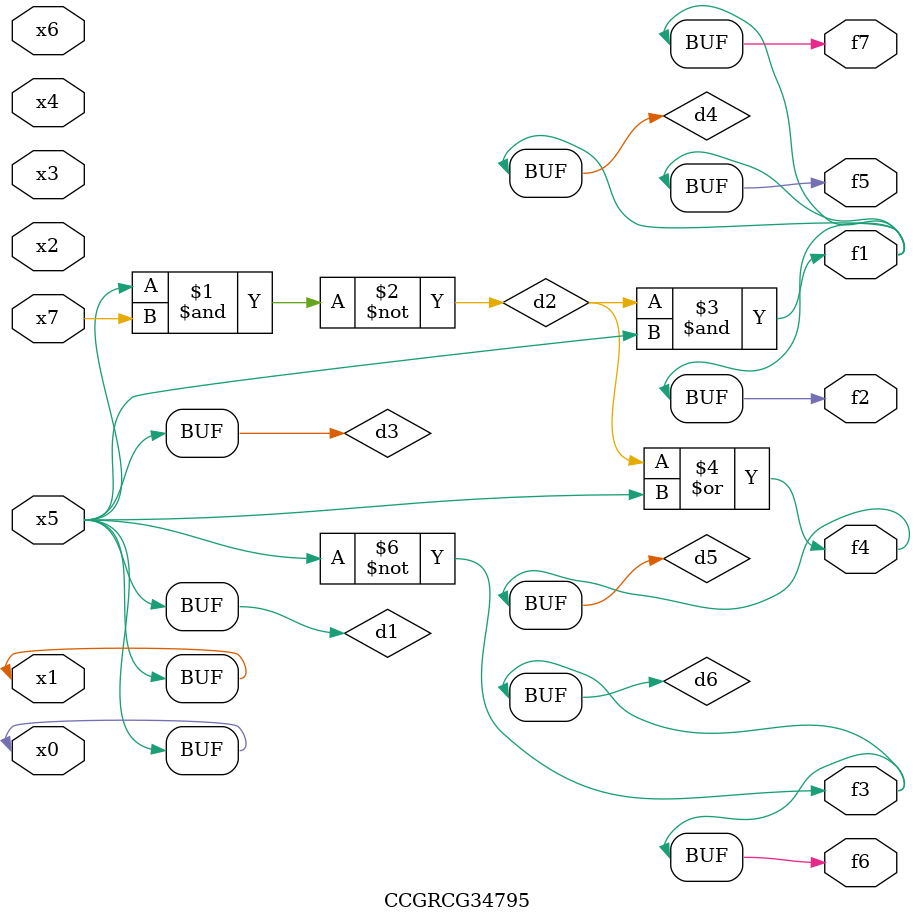
<source format=v>
module CCGRCG34795(
	input x0, x1, x2, x3, x4, x5, x6, x7,
	output f1, f2, f3, f4, f5, f6, f7
);

	wire d1, d2, d3, d4, d5, d6;

	buf (d1, x0, x5);
	nand (d2, x5, x7);
	buf (d3, x0, x1);
	and (d4, d2, d3);
	or (d5, d2, d3);
	nor (d6, d1, d3);
	assign f1 = d4;
	assign f2 = d4;
	assign f3 = d6;
	assign f4 = d5;
	assign f5 = d4;
	assign f6 = d6;
	assign f7 = d4;
endmodule

</source>
